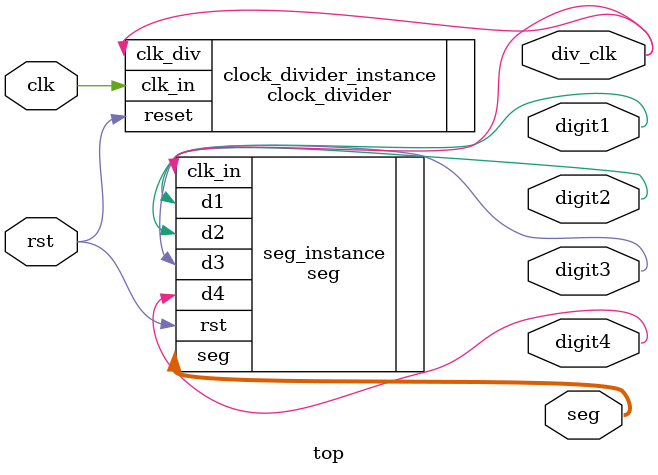
<source format=v>
module top (input clk, input rst, output div_clk, output [0:7] seg, output digit1, digit2, digit3, digit4);
    
    clock_divider clock_divider_instance (
                                .clk_in(clk), 
                                .reset(rst), 
                                .clk_div(div_clk));

    seg seg_instance (
                .clk_in(div_clk),
                .rst(rst),
                .seg(seg),
                .d1(digit1),
                .d2(digit2),
                .d3(digit3),
                .d4(digit4)
                );


endmodule
</source>
